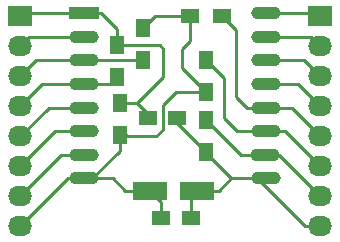
<source format=gbr>
G04 #@! TF.FileFunction,Copper,L2,Bot,Signal*
%FSLAX46Y46*%
G04 Gerber Fmt 4.6, Leading zero omitted, Abs format (unit mm)*
G04 Created by KiCad (PCBNEW 4.0.2-stable) date 08/04/2016 14:29:52*
%MOMM*%
G01*
G04 APERTURE LIST*
%ADD10C,0.100000*%
%ADD11R,2.500000X1.100000*%
%ADD12O,2.500000X1.100000*%
%ADD13R,2.032000X1.727200*%
%ADD14O,2.032000X1.727200*%
%ADD15R,1.500000X1.250000*%
%ADD16R,1.300000X1.500000*%
%ADD17R,1.500000X1.300000*%
%ADD18R,2.999740X1.501140*%
%ADD19C,0.250000*%
G04 APERTURE END LIST*
D10*
D11*
X188276000Y-111252000D03*
D12*
X188276000Y-113252000D03*
X188276000Y-115252000D03*
X188276000Y-117252000D03*
X188276000Y-119252000D03*
X188276000Y-121252000D03*
X188276000Y-123252000D03*
X188276000Y-125252000D03*
X203676000Y-125252000D03*
X203576000Y-123252000D03*
X203676000Y-121252000D03*
X203676000Y-119252000D03*
X203676000Y-117252000D03*
X203676000Y-115252000D03*
X203676000Y-113252000D03*
X203676000Y-111252000D03*
D13*
X182880000Y-111506000D03*
D14*
X182880000Y-114046000D03*
X182880000Y-116586000D03*
X182880000Y-119126000D03*
X182880000Y-121666000D03*
X182880000Y-124206000D03*
X182880000Y-126746000D03*
X182880000Y-129286000D03*
D13*
X208280000Y-111506000D03*
D14*
X208280000Y-114046000D03*
X208280000Y-116586000D03*
X208280000Y-119126000D03*
X208280000Y-121666000D03*
X208280000Y-124206000D03*
X208280000Y-126746000D03*
X208280000Y-129286000D03*
D15*
X196180000Y-120170000D03*
X193680000Y-120170000D03*
D16*
X193260000Y-112560000D03*
X193260000Y-115260000D03*
X191110000Y-116690000D03*
X191110000Y-113990000D03*
X191330000Y-121600000D03*
X191330000Y-118900000D03*
D17*
X197278000Y-111506000D03*
X199978000Y-111506000D03*
D16*
X198628000Y-117936000D03*
X198628000Y-115236000D03*
X198628000Y-120316000D03*
X198628000Y-123016000D03*
D18*
X197858980Y-126290000D03*
X193861020Y-126290000D03*
D15*
X194830000Y-128640000D03*
X197330000Y-128640000D03*
D19*
X200742000Y-125252000D02*
X200742000Y-125258000D01*
X199710000Y-126290000D02*
X197858980Y-126290000D01*
X200742000Y-125258000D02*
X199710000Y-126290000D01*
X197330000Y-128640000D02*
X197330000Y-126818980D01*
X197330000Y-126818980D02*
X197858980Y-126290000D01*
X197858980Y-126290000D02*
X199140000Y-126290000D01*
X198628000Y-123016000D02*
X198628000Y-123138000D01*
X198628000Y-123138000D02*
X200742000Y-125252000D01*
X200742000Y-125252000D02*
X202976000Y-125252000D01*
X202976000Y-125252000D02*
X207010000Y-129286000D01*
X207010000Y-129286000D02*
X208280000Y-129286000D01*
X196180000Y-120170000D02*
X196180000Y-120568000D01*
X196180000Y-120568000D02*
X198628000Y-123016000D01*
X194830000Y-128640000D02*
X194830000Y-127258980D01*
X194830000Y-127258980D02*
X193861020Y-126290000D01*
X193861020Y-126290000D02*
X191780000Y-126290000D01*
X190742000Y-125252000D02*
X188976000Y-125252000D01*
X191780000Y-126290000D02*
X190742000Y-125252000D01*
X197278000Y-111506000D02*
X194314000Y-111506000D01*
X194314000Y-111506000D02*
X193260000Y-112560000D01*
X198628000Y-117936000D02*
X196094000Y-117936000D01*
X194400000Y-121700000D02*
X191430000Y-121700000D01*
X194950000Y-121150000D02*
X194400000Y-121700000D01*
X194950000Y-119080000D02*
X194950000Y-121150000D01*
X196094000Y-117936000D02*
X194950000Y-119080000D01*
X191430000Y-121700000D02*
X191330000Y-121600000D01*
X191330000Y-121600000D02*
X191330000Y-122898000D01*
X191330000Y-122898000D02*
X188976000Y-125252000D01*
X191690000Y-121158000D02*
X191864000Y-121572000D01*
X197278000Y-111506000D02*
X197278000Y-113618000D01*
X196596000Y-115904000D02*
X198628000Y-117936000D01*
X196596000Y-114300000D02*
X196596000Y-115904000D01*
X197278000Y-113618000D02*
X196596000Y-114300000D01*
X188976000Y-125252000D02*
X186914000Y-125252000D01*
X186914000Y-125252000D02*
X182880000Y-129286000D01*
X193680000Y-120170000D02*
X193680000Y-119810000D01*
X193680000Y-119810000D02*
X192770000Y-118900000D01*
X191110000Y-113990000D02*
X194690000Y-113990000D01*
X192770000Y-118900000D02*
X191330000Y-118900000D01*
X195020000Y-116650000D02*
X192770000Y-118900000D01*
X195020000Y-114320000D02*
X195020000Y-116650000D01*
X194690000Y-113990000D02*
X195020000Y-114320000D01*
X188976000Y-111252000D02*
X189742000Y-111252000D01*
X191110000Y-112620000D02*
X191110000Y-113990000D01*
X189742000Y-111252000D02*
X191110000Y-112620000D01*
X188976000Y-111252000D02*
X183134000Y-111252000D01*
X183134000Y-111252000D02*
X182880000Y-111506000D01*
X188976000Y-113252000D02*
X183674000Y-113252000D01*
X183674000Y-113252000D02*
X182880000Y-114046000D01*
X193260000Y-115260000D02*
X188984000Y-115260000D01*
X188984000Y-115260000D02*
X188976000Y-115252000D01*
X188976000Y-115252000D02*
X188976000Y-115194000D01*
X188976000Y-115252000D02*
X184214000Y-115252000D01*
X184214000Y-115252000D02*
X182880000Y-116586000D01*
X188976000Y-117252000D02*
X190548000Y-117252000D01*
X190548000Y-117252000D02*
X191110000Y-116690000D01*
X188976000Y-117252000D02*
X184754000Y-117252000D01*
X184754000Y-117252000D02*
X182880000Y-119126000D01*
X188976000Y-119252000D02*
X185294000Y-119252000D01*
X185294000Y-119252000D02*
X182880000Y-121666000D01*
X188976000Y-121252000D02*
X185834000Y-121252000D01*
X185834000Y-121252000D02*
X182880000Y-124206000D01*
X188976000Y-123252000D02*
X186374000Y-123252000D01*
X186374000Y-123252000D02*
X182880000Y-126746000D01*
X202976000Y-111252000D02*
X208026000Y-111252000D01*
X208026000Y-111252000D02*
X208280000Y-111506000D01*
X202976000Y-113252000D02*
X207486000Y-113252000D01*
X207486000Y-113252000D02*
X208280000Y-114046000D01*
X202976000Y-115252000D02*
X206946000Y-115252000D01*
X206946000Y-115252000D02*
X208280000Y-116586000D01*
X202976000Y-117252000D02*
X206406000Y-117252000D01*
X206406000Y-117252000D02*
X208280000Y-119126000D01*
X202976000Y-119252000D02*
X202056000Y-119252000D01*
X201168000Y-112696000D02*
X199978000Y-111506000D01*
X201168000Y-118364000D02*
X201168000Y-112696000D01*
X202056000Y-119252000D02*
X201168000Y-118364000D01*
X202976000Y-119252000D02*
X205866000Y-119252000D01*
X205866000Y-119252000D02*
X208280000Y-121666000D01*
X202976000Y-121252000D02*
X201262000Y-121252000D01*
X200152000Y-116760000D02*
X198628000Y-115236000D01*
X200152000Y-120142000D02*
X200152000Y-116760000D01*
X201262000Y-121252000D02*
X200152000Y-120142000D01*
X202976000Y-121252000D02*
X205326000Y-121252000D01*
X205326000Y-121252000D02*
X208280000Y-124206000D01*
X198628000Y-120316000D02*
X198628000Y-120338000D01*
X198628000Y-120338000D02*
X201542000Y-123252000D01*
X201542000Y-123252000D02*
X202976000Y-123252000D01*
X198628000Y-120316000D02*
X198628000Y-120376000D01*
X204786000Y-123252000D02*
X208280000Y-126746000D01*
X202740000Y-123016000D02*
X202976000Y-123252000D01*
X202976000Y-123252000D02*
X204786000Y-123252000D01*
M02*

</source>
